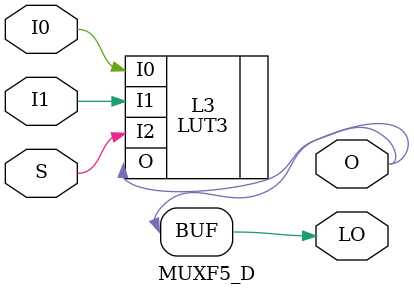
<source format=v>

`timescale  1 ps / 1 ps

module MUXF5_D (LO, O, I0, I1, S);

    output LO, O;
    wire LO;

    input  I0, I1, S;

LUT3 #(.INIT(8'hca)) L3 (
		 .O (O),
		 .I0 (I0),
		 .I1 (I1),
		 .I2 (S));

assign LO = O;

endmodule

</source>
